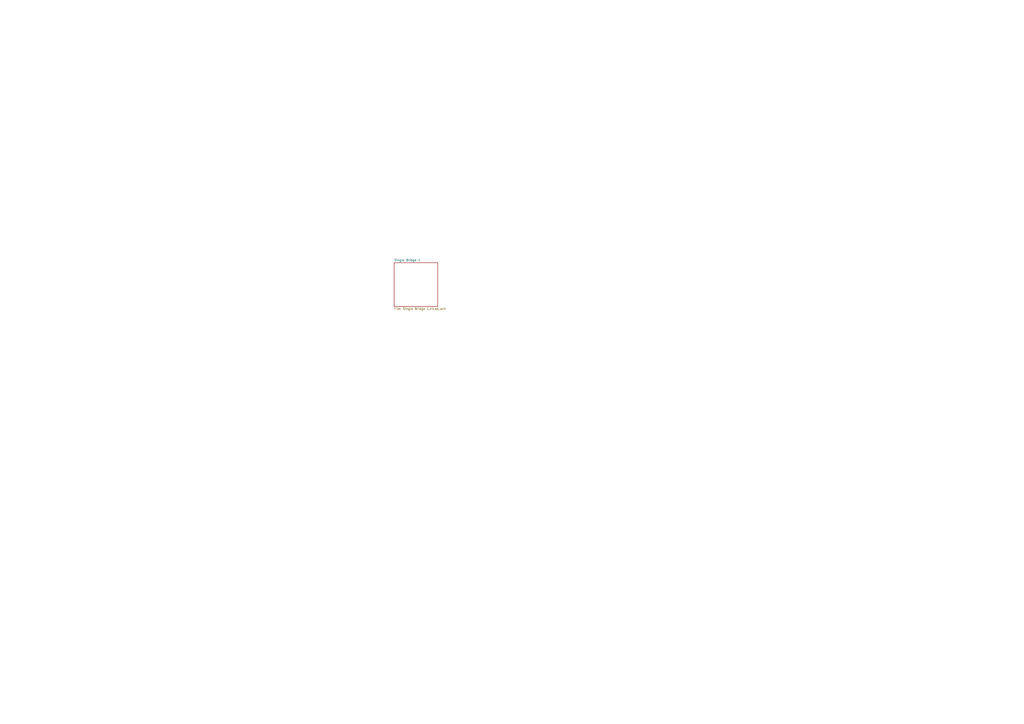
<source format=kicad_sch>
(kicad_sch
	(version 20250114)
	(generator "eeschema")
	(generator_version "9.0")
	(uuid "86d41315-8564-4bca-9150-9edda69acf24")
	(paper "A2")
	(lib_symbols)
	(sheet
		(at 228.6 152.4)
		(size 25.4 25.4)
		(exclude_from_sim no)
		(in_bom yes)
		(on_board yes)
		(dnp no)
		(fields_autoplaced yes)
		(stroke
			(width 0.1524)
			(type solid)
		)
		(fill
			(color 0 0 0 0.0000)
		)
		(uuid "c4515538-bae9-4cf8-b6d8-6ea87fa2c929")
		(property "Sheetname" "Single Bridge 1"
			(at 228.6 151.6884 0)
			(effects
				(font
					(size 1.27 1.27)
				)
				(justify left bottom)
			)
		)
		(property "Sheetfile" "Single Bridge 1.kicad_sch"
			(at 228.6 178.3846 0)
			(effects
				(font
					(size 1.27 1.27)
				)
				(justify left top)
			)
		)
		(instances
			(project "Strain Gauge POC Board V1"
				(path "/86d41315-8564-4bca-9150-9edda69acf24"
					(page "2")
				)
			)
		)
	)
	(sheet_instances
		(path "/"
			(page "1")
		)
	)
	(embedded_fonts no)
)

</source>
